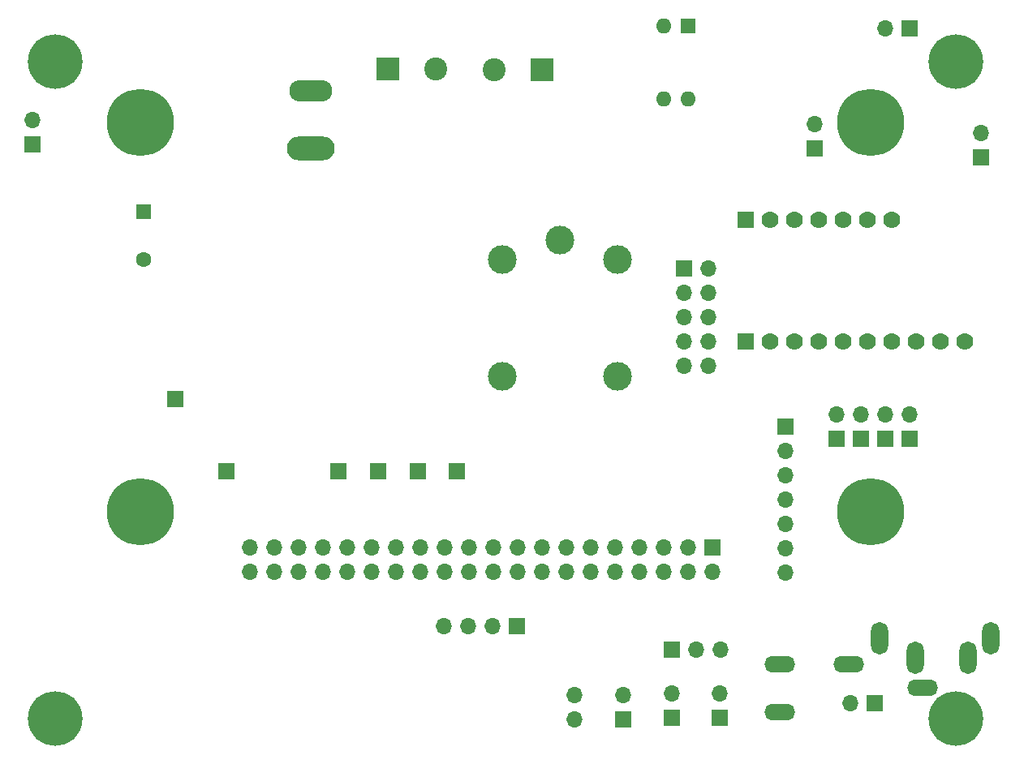
<source format=gbr>
%TF.GenerationSoftware,KiCad,Pcbnew,7.0.2*%
%TF.CreationDate,2024-06-24T19:42:10-07:00*%
%TF.ProjectId,MK-KS-MkIV.kicad_pro,4d4b2d4b-532d-44d6-9b49-562e6b696361,1.0*%
%TF.SameCoordinates,PX3a67068PY9f701d0*%
%TF.FileFunction,Soldermask,Bot*%
%TF.FilePolarity,Negative*%
%FSLAX46Y46*%
G04 Gerber Fmt 4.6, Leading zero omitted, Abs format (unit mm)*
G04 Created by KiCad (PCBNEW 7.0.2) date 2024-06-24 19:42:10*
%MOMM*%
%LPD*%
G01*
G04 APERTURE LIST*
%ADD10R,1.700000X1.700000*%
%ADD11O,1.700000X1.700000*%
%ADD12C,3.000000*%
%ADD13O,3.220000X1.712000*%
%ADD14C,3.600000*%
%ADD15C,5.700000*%
%ADD16O,1.804000X3.404000*%
%ADD17R,2.400000X2.400000*%
%ADD18C,2.400000*%
%ADD19R,1.600000X1.600000*%
%ADD20O,1.600000X1.600000*%
%ADD21R,1.778000X1.778000*%
%ADD22C,1.778000*%
%ADD23C,4.700000*%
%ADD24C,7.000000*%
%ADD25C,1.600000*%
%ADD26O,5.000000X2.500000*%
%ADD27O,4.500000X2.250000*%
G04 APERTURE END LIST*
D10*
%TO.C,J6*%
X48130600Y9626800D03*
D11*
X45590600Y9626800D03*
X43050600Y9626800D03*
X40510600Y9626800D03*
%TD*%
D10*
%TO.C,J1*%
X76174600Y30486800D03*
D11*
X76174600Y27946800D03*
X76174600Y25406800D03*
X76174600Y22866800D03*
X76174600Y20326800D03*
X76174600Y17786800D03*
X76174600Y15246800D03*
%TD*%
D12*
%TO.C,RLY1*%
X52609000Y49924000D03*
X58609000Y35724000D03*
X46609000Y35724000D03*
X46609000Y47924000D03*
X58609000Y47924000D03*
%TD*%
D10*
%TO.C,TP5*%
X33649200Y25830800D03*
%TD*%
D13*
%TO.C,J3*%
X90482000Y3185000D03*
X75582000Y5685000D03*
X75582000Y685000D03*
X82782000Y5685000D03*
%TD*%
D14*
%TO.C,M_KSI4*%
X0Y0D03*
D15*
X0Y0D03*
%TD*%
D16*
%TO.C,J7*%
X97610000Y8375000D03*
X95210000Y6375000D03*
X89710000Y6375000D03*
X86010000Y8375000D03*
%TD*%
D10*
%TO.C,JP3*%
X64280600Y112800D03*
D11*
X64280600Y2652800D03*
%TD*%
D10*
%TO.C,JP7*%
X89151600Y29171800D03*
D11*
X89151600Y31711800D03*
%TD*%
D17*
%TO.C,ST1*%
X34672000Y67785000D03*
D18*
X39672000Y67785000D03*
%TD*%
D10*
%TO.C,TP6*%
X12465000Y33387000D03*
%TD*%
D19*
%TO.C,SW4*%
X66056000Y72318000D03*
D20*
X63516000Y72318000D03*
X63516000Y64698000D03*
X66056000Y64698000D03*
%TD*%
D21*
%TO.C,U1*%
X72004600Y52028800D03*
X72050600Y39328800D03*
D22*
X74544600Y52028800D03*
X74590600Y39328800D03*
X77084600Y52028800D03*
X77130600Y39328800D03*
X79624600Y52028800D03*
X79670600Y39328800D03*
X82164600Y52028800D03*
X82210600Y39328800D03*
X84704600Y52028800D03*
X84750600Y39328800D03*
X87244600Y52028800D03*
X87290600Y39328800D03*
X94910600Y39328800D03*
X92370600Y39328800D03*
X89830600Y39328800D03*
%TD*%
D10*
%TO.C,TP1*%
X41923600Y25830800D03*
%TD*%
%TO.C,OPa1*%
X96577600Y58585800D03*
D11*
X96577600Y61125800D03*
%TD*%
D10*
%TO.C,TP2*%
X17811200Y25830800D03*
%TD*%
D14*
%TO.C,M_KSI1*%
X0Y68580000D03*
D15*
X0Y68580000D03*
%TD*%
D10*
%TO.C,OP1*%
X64288600Y7199800D03*
D11*
X66828600Y7199800D03*
X69368600Y7199800D03*
%TD*%
D10*
%TO.C,TP4*%
X29548600Y25830800D03*
%TD*%
%TO.C,JP6*%
X86611600Y29171800D03*
D11*
X86611600Y31711800D03*
%TD*%
D23*
%TO.C,SHLD-1*%
X8890000Y62230000D03*
D24*
X8890000Y62230000D03*
%TD*%
D23*
%TO.C,SHLD-2*%
X85090000Y62230000D03*
D24*
X85090000Y62230000D03*
%TD*%
D11*
%TO.C,SW1*%
X59222600Y2413800D03*
D10*
X59222600Y-126200D03*
D11*
X54142600Y2413800D03*
X54142600Y-126200D03*
%TD*%
D19*
%TO.C,C1*%
X9214000Y52878651D03*
D25*
X9214000Y47878651D03*
%TD*%
D10*
%TO.C,JP2*%
X69350600Y112800D03*
D11*
X69350600Y2652800D03*
%TD*%
D10*
%TO.C,JP1*%
X85488600Y1620800D03*
D11*
X82948600Y1620800D03*
%TD*%
D26*
%TO.C,J2*%
X26617000Y59490000D03*
D27*
X26617000Y65490000D03*
%TD*%
D10*
%TO.C,J4*%
X65555600Y46990000D03*
D11*
X65555600Y44450000D03*
X65555600Y41910000D03*
X65555600Y39370000D03*
X65555600Y36830000D03*
X68095600Y46990000D03*
X68095600Y44450000D03*
X68095600Y41910000D03*
X68095600Y39370000D03*
X68095600Y36830000D03*
%TD*%
D14*
%TO.C,M_KSI2*%
X93980000Y68580000D03*
D15*
X93980000Y68580000D03*
%TD*%
D17*
%TO.C,ST2*%
X50740000Y67740000D03*
D18*
X45740000Y67740000D03*
%TD*%
D23*
%TO.C,SHLD-4*%
X8890000Y21590000D03*
D24*
X8890000Y21590000D03*
%TD*%
D10*
%TO.C,JP8*%
X79261600Y59553800D03*
D11*
X79261600Y62093800D03*
%TD*%
D10*
%TO.C,TP3*%
X37855600Y25830800D03*
%TD*%
%TO.C,JP10*%
X-2387000Y59961000D03*
D11*
X-2387000Y62501000D03*
%TD*%
D14*
%TO.C,M_KSI3*%
X93980000Y0D03*
D15*
X93980000Y0D03*
%TD*%
D10*
%TO.C,JP9*%
X89125000Y72011000D03*
D11*
X86585000Y72011000D03*
%TD*%
D10*
%TO.C,JP5*%
X84071600Y29171800D03*
D11*
X84071600Y31711800D03*
%TD*%
D10*
%TO.C,JP4*%
X81531600Y29171800D03*
D11*
X81531600Y31711800D03*
%TD*%
D23*
%TO.C,SHLD-3*%
X85090000Y21590000D03*
D24*
X85090000Y21590000D03*
%TD*%
D10*
%TO.C,J5*%
X68561600Y17874800D03*
D11*
X68561600Y15334800D03*
X66021600Y17874800D03*
X66021600Y15334800D03*
X63481600Y17874800D03*
X63481600Y15334800D03*
X60941600Y17874800D03*
X60941600Y15334800D03*
X58401600Y17874800D03*
X58401600Y15334800D03*
X55861600Y17874800D03*
X55861600Y15334800D03*
X53321600Y17874800D03*
X53321600Y15334800D03*
X50781600Y17874800D03*
X50781600Y15334800D03*
X48241600Y17874800D03*
X48241600Y15334800D03*
X45701600Y17874800D03*
X45701600Y15334800D03*
X43161600Y17874800D03*
X43161600Y15334800D03*
X40621600Y17874800D03*
X40621600Y15334800D03*
X38081600Y17874800D03*
X38081600Y15334800D03*
X35541600Y17874800D03*
X35541600Y15334800D03*
X33001600Y17874800D03*
X33001600Y15334800D03*
X30461600Y17874800D03*
X30461600Y15334800D03*
X27921600Y17874800D03*
X27921600Y15334800D03*
X25381600Y17874800D03*
X25381600Y15334800D03*
X22841600Y17874800D03*
X22841600Y15334800D03*
X20301600Y17874800D03*
X20301600Y15334800D03*
%TD*%
M02*

</source>
